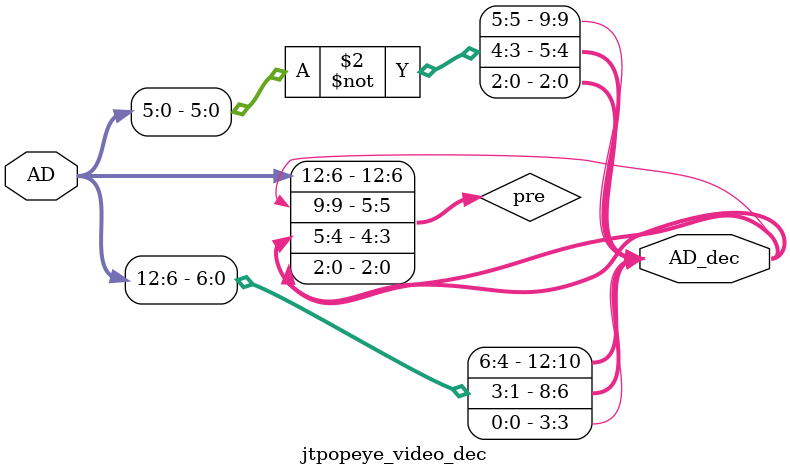
<source format=v>
/*  This file is part of JTPOPEYE.
    JTPOPEYE program is free software: you can redistribute it and/or modify
    it under the terms of the GNU General Public License as published by
    the Free Software Foundation, either version 3 of the License, or
    (at your option) any later version.

    JTPOPEYE program is distributed in the hope that it will be useful,
    but WITHOUT ANY WARRANTY; without even the implied warranty of
    MERCHANTABILITY or FITNESS FOR AD PARTICULAR PURPOSE.  See the
    GNU General Public License for more details.

    You should have received a copy of the GNU General Public License
    along with JTPOPEYE.  If not, see <http://www.gnu.org/licenses/>.

    Author: Jose Tejada Gomez. Twitter: @topapate
    Version: 1.0
    Date: 12-3-2019 */

`timescale 1ns/1ps

module jtpopeye_video_dec(
    input      [12:0]   AD,
    output reg [12:0]   AD_dec
);

reg [12:0] pre;
// AD is obfuscated
always @(*) begin
    pre[  5:0] =~AD[  5:0];
    pre[ 12:6] = AD[ 12:6];
    AD_dec[9:0] = { pre[5], pre[9], pre[8:7], pre[4:3], pre[6], pre[2:0] };
    AD_dec[12:10] = pre[12:10];
end

// assign AD_dec[  2:0] =~AD[  2:0];
// assign AD_dec[    3] = AD[    6];
// assign AD_dec[    4] =~AD[    3];
// assign AD_dec[    5] =~AD[    4];
// assign AD_dec[    6] = AD[    7];
// assign AD_dec[    7] = AD[    8];
// assign AD_dec[    8] = AD[    9];
// assign AD_dec[    9] =~AD[    5];
// assign AD_dec[12:10] = AD[12:10];


endmodule // jtpopeye_video_ad
</source>
